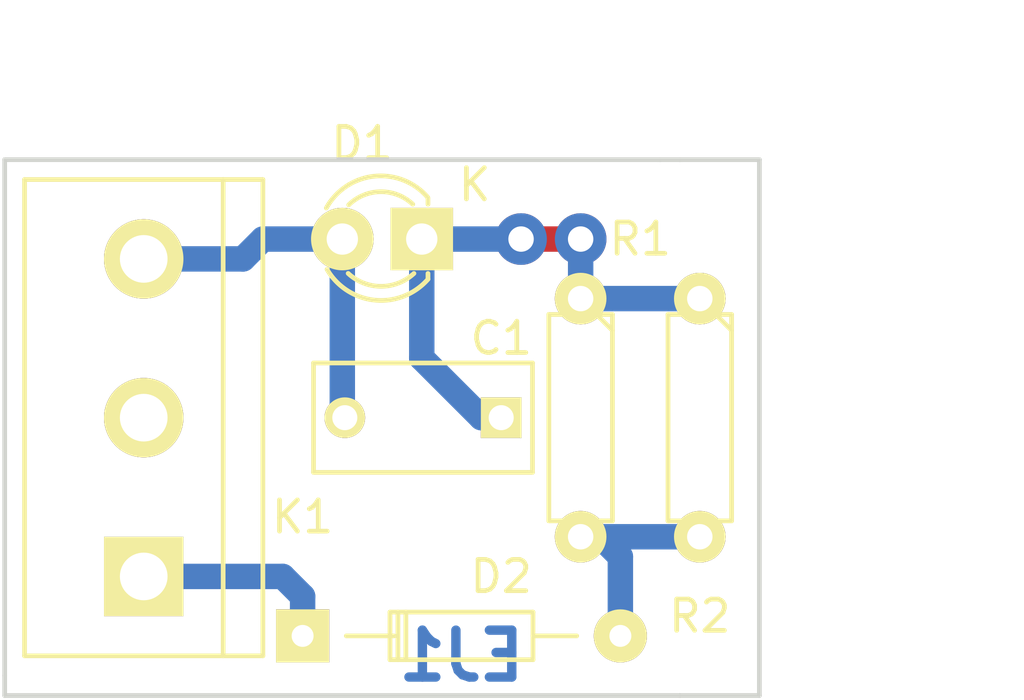
<source format=kicad_pcb>
(kicad_pcb (version 4) (host pcbnew 4.0.0-rc1-stable)

  (general
    (links 8)
    (no_connects 0)
    (area 145.339999 99.619999 169.620001 116.915001)
    (thickness 1.6)
    (drawings 12)
    (tracks 21)
    (zones 0)
    (modules 6)
    (nets 6)
  )

  (page A4)
  (title_block
    (title Pcb_ej1)
    (date 2015-11-30)
    (rev 1.0)
    (company "Diaz Cesar")
  )

  (layers
    (0 F.Cu signal)
    (31 B.Cu signal)
    (32 B.Adhes user)
    (33 F.Adhes user)
    (34 B.Paste user)
    (35 F.Paste user)
    (36 B.SilkS user)
    (37 F.SilkS user)
    (38 B.Mask user)
    (39 F.Mask user)
    (40 Dwgs.User user)
    (41 Cmts.User user)
    (42 Eco1.User user)
    (43 Eco2.User user)
    (44 Edge.Cuts user)
    (45 Margin user)
    (46 B.CrtYd user)
    (47 F.CrtYd user)
    (48 B.Fab user)
    (49 F.Fab user)
  )

  (setup
    (last_trace_width 0.25)
    (user_trace_width 0.8128)
    (trace_clearance 0.8128)
    (zone_clearance 0.508)
    (zone_45_only no)
    (trace_min 0.2)
    (segment_width 0.2)
    (edge_width 0.15)
    (via_size 0.6)
    (via_drill 0.4)
    (via_min_size 0.4)
    (via_min_drill 0.3)
    (user_via 1.651 0.8128)
    (uvia_size 0.3)
    (uvia_drill 0.1)
    (uvias_allowed no)
    (uvia_min_size 0.2)
    (uvia_min_drill 0.1)
    (pcb_text_width 0.3)
    (pcb_text_size 1.5 1.5)
    (mod_edge_width 0.15)
    (mod_text_size 1 1)
    (mod_text_width 0.15)
    (pad_size 1.524 1.524)
    (pad_drill 0.762)
    (pad_to_mask_clearance 0.2)
    (aux_axis_origin 0 0)
    (visible_elements 7FFEFFFF)
    (pcbplotparams
      (layerselection 0x00030_80000001)
      (usegerberextensions false)
      (excludeedgelayer true)
      (linewidth 0.100000)
      (plotframeref false)
      (viasonmask false)
      (mode 1)
      (useauxorigin false)
      (hpglpennumber 1)
      (hpglpenspeed 20)
      (hpglpendiameter 15)
      (hpglpenoverlay 2)
      (psnegative false)
      (psa4output false)
      (plotreference true)
      (plotvalue true)
      (plotinvisibletext false)
      (padsonsilk false)
      (subtractmaskfromsilk false)
      (outputformat 1)
      (mirror false)
      (drillshape 1)
      (scaleselection 1)
      (outputdirectory ""))
  )

  (net 0 "")
  (net 1 "Net-(C1-Pad1)")
  (net 2 "Net-(C1-Pad2)")
  (net 3 "Net-(D2-Pad2)")
  (net 4 "Net-(D2-Pad1)")
  (net 5 "Net-(K1-Pad2)")

  (net_class Default "This is the default net class."
    (clearance 0.8128)
    (trace_width 0.25)
    (via_dia 0.6)
    (via_drill 0.4)
    (uvia_dia 0.3)
    (uvia_drill 0.1)
    (add_net "Net-(C1-Pad1)")
    (add_net "Net-(C1-Pad2)")
    (add_net "Net-(D2-Pad1)")
    (add_net "Net-(D2-Pad2)")
    (add_net "Net-(K1-Pad2)")
  )

  (module ej1:C_Rect_L7_W3.5_P5 (layer F.Cu) (tedit 565C7060) (tstamp 565C69AD)
    (at 161.29 107.95 180)
    (descr "Film Capacitor Length 7mm x Width 3.5mm, Pitch 5mm")
    (tags Capacitor)
    (path /565C5B9B)
    (fp_text reference C1 (at 0 2.54 180) (layer F.SilkS)
      (effects (font (size 1 1) (thickness 0.15)))
    )
    (fp_text value "100 nF" (at 2.5 3 180) (layer F.Fab)
      (effects (font (size 1 1) (thickness 0.15)))
    )
    (fp_line (start -1.25 -2) (end 6.25 -2) (layer F.CrtYd) (width 0.05))
    (fp_line (start 6.25 -2) (end 6.25 2) (layer F.CrtYd) (width 0.05))
    (fp_line (start 6.25 2) (end -1.25 2) (layer F.CrtYd) (width 0.05))
    (fp_line (start -1.25 2) (end -1.25 -2) (layer F.CrtYd) (width 0.05))
    (fp_line (start -1 -1.75) (end 6 -1.75) (layer F.SilkS) (width 0.15))
    (fp_line (start 6 -1.75) (end 6 1.75) (layer F.SilkS) (width 0.15))
    (fp_line (start 6 1.75) (end -1 1.75) (layer F.SilkS) (width 0.15))
    (fp_line (start -1 1.75) (end -1 -1.75) (layer F.SilkS) (width 0.15))
    (pad 1 thru_hole rect (at 0 0 180) (size 1.3 1.3) (drill 0.8) (layers *.Cu *.Mask F.SilkS)
      (net 1 "Net-(C1-Pad1)"))
    (pad 2 thru_hole circle (at 5 0 180) (size 1.3 1.3) (drill 0.8) (layers *.Cu *.Mask F.SilkS)
      (net 2 "Net-(C1-Pad2)"))
    (model "../../../../../../Users/cesar_000/Curso Kicad/Diaz_Cesar/ej1.3dshapes/cnp_6mm_disc.wrl"
      (at (xyz 0.1 0 0))
      (scale (xyz 1 1 1))
      (rotate (xyz 0 0 0))
    )
  )

  (module ej1:LED-3MM (layer F.Cu) (tedit 559B82F6) (tstamp 565C69B3)
    (at 158.75 102.235 180)
    (descr "LED 3mm round vertical")
    (tags "LED  3mm round vertical")
    (path /565C6845)
    (fp_text reference D1 (at 1.91 3.06 180) (layer F.SilkS)
      (effects (font (size 1 1) (thickness 0.15)))
    )
    (fp_text value "LED ROJO" (at 1.3 -2.9 180) (layer F.Fab)
      (effects (font (size 1 1) (thickness 0.15)))
    )
    (fp_line (start -1.2 2.3) (end 3.8 2.3) (layer F.CrtYd) (width 0.05))
    (fp_line (start 3.8 2.3) (end 3.8 -2.2) (layer F.CrtYd) (width 0.05))
    (fp_line (start 3.8 -2.2) (end -1.2 -2.2) (layer F.CrtYd) (width 0.05))
    (fp_line (start -1.2 -2.2) (end -1.2 2.3) (layer F.CrtYd) (width 0.05))
    (fp_line (start -0.199 1.314) (end -0.199 1.114) (layer F.SilkS) (width 0.15))
    (fp_line (start -0.199 -1.28) (end -0.199 -1.1) (layer F.SilkS) (width 0.15))
    (fp_arc (start 1.301 0.034) (end -0.199 -1.286) (angle 108.5) (layer F.SilkS) (width 0.15))
    (fp_arc (start 1.301 0.034) (end 0.25 -1.1) (angle 85.7) (layer F.SilkS) (width 0.15))
    (fp_arc (start 1.311 0.034) (end 3.051 0.994) (angle 110) (layer F.SilkS) (width 0.15))
    (fp_arc (start 1.301 0.034) (end 2.335 1.094) (angle 87.5) (layer F.SilkS) (width 0.15))
    (fp_text user K (at -1.69 1.74 180) (layer F.SilkS)
      (effects (font (size 1 1) (thickness 0.15)))
    )
    (pad 1 thru_hole rect (at 0 0 270) (size 2 2) (drill 1.00076) (layers *.Cu *.Mask F.SilkS)
      (net 1 "Net-(C1-Pad1)"))
    (pad 2 thru_hole circle (at 2.54 0 180) (size 2 2) (drill 1.00076) (layers *.Cu *.Mask F.SilkS)
      (net 2 "Net-(C1-Pad2)"))
    (model "../../../../../../Users/cesar_000/Curso Kicad/Diaz_Cesar/ej1.3dshapes/LED-3MM.wrl"
      (at (xyz 0.05 0 0))
      (scale (xyz 1 1 1))
      (rotate (xyz 0 0 90))
    )
  )

  (module ej1:Diode_DO-35_SOD27_Horizontal_RM10 (layer F.Cu) (tedit 565C70B8) (tstamp 565C69B9)
    (at 154.94 114.935)
    (descr "Diode, DO-35,  SOD27, Horizontal, RM 10mm")
    (tags "Diode, DO-35, SOD27, Horizontal, RM 10mm, 1N4148,")
    (path /565C5CA8)
    (fp_text reference D2 (at 6.35 -1.905) (layer F.SilkS)
      (effects (font (size 1 1) (thickness 0.15)))
    )
    (fp_text value 1N4148 (at 4.41452 -3.55854) (layer F.Fab)
      (effects (font (size 1 1) (thickness 0.15)))
    )
    (fp_line (start 7.36652 -0.00254) (end 8.76352 -0.00254) (layer F.SilkS) (width 0.15))
    (fp_line (start 2.92152 -0.00254) (end 1.39752 -0.00254) (layer F.SilkS) (width 0.15))
    (fp_line (start 3.30252 -0.76454) (end 3.30252 0.75946) (layer F.SilkS) (width 0.15))
    (fp_line (start 3.04852 -0.76454) (end 3.04852 0.75946) (layer F.SilkS) (width 0.15))
    (fp_line (start 2.79452 -0.00254) (end 2.79452 0.75946) (layer F.SilkS) (width 0.15))
    (fp_line (start 2.79452 0.75946) (end 7.36652 0.75946) (layer F.SilkS) (width 0.15))
    (fp_line (start 7.36652 0.75946) (end 7.36652 -0.76454) (layer F.SilkS) (width 0.15))
    (fp_line (start 7.36652 -0.76454) (end 2.79452 -0.76454) (layer F.SilkS) (width 0.15))
    (fp_line (start 2.79452 -0.76454) (end 2.79452 -0.00254) (layer F.SilkS) (width 0.15))
    (pad 2 thru_hole circle (at 10.16052 -0.00254 180) (size 1.69926 1.69926) (drill 0.70104) (layers *.Cu *.Mask F.SilkS)
      (net 3 "Net-(D2-Pad2)"))
    (pad 1 thru_hole rect (at 0.00052 -0.00254 180) (size 1.69926 1.69926) (drill 0.70104) (layers *.Cu *.Mask F.SilkS)
      (net 4 "Net-(D2-Pad1)"))
    (model "../../../../../../Users/cesar_000/Curso Kicad/Diaz_Cesar/ej1.3dshapes/Diode_DO-35_SOD27_Horizontal_RM10.wrl"
      (at (xyz 0.2 0 0))
      (scale (xyz 0.4 0.4 0.4))
      (rotate (xyz 0 0 180))
    )
  )

  (module ej1:bornier3 (layer F.Cu) (tedit 565C70F5) (tstamp 565C69C0)
    (at 149.86 107.95 90)
    (descr "Bornier d'alimentation 3 pins")
    (tags DEV)
    (path /565C5B09)
    (fp_text reference K1 (at -3.175 5.08 180) (layer F.SilkS)
      (effects (font (size 1 1) (thickness 0.15)))
    )
    (fp_text value CONN_3 (at 0 5.08 90) (layer F.Fab)
      (effects (font (size 1 1) (thickness 0.15)))
    )
    (fp_line (start -7.62 3.81) (end -7.62 -3.81) (layer F.SilkS) (width 0.15))
    (fp_line (start 7.62 3.81) (end 7.62 -3.81) (layer F.SilkS) (width 0.15))
    (fp_line (start -7.62 2.54) (end 7.62 2.54) (layer F.SilkS) (width 0.15))
    (fp_line (start -7.62 -3.81) (end 7.62 -3.81) (layer F.SilkS) (width 0.15))
    (fp_line (start -7.62 3.81) (end 7.62 3.81) (layer F.SilkS) (width 0.15))
    (pad 1 thru_hole rect (at -5.08 0 90) (size 2.54 2.54) (drill 1.524) (layers *.Cu *.Mask F.SilkS)
      (net 4 "Net-(D2-Pad1)"))
    (pad 2 thru_hole circle (at 0 0 90) (size 2.54 2.54) (drill 1.524) (layers *.Cu *.Mask F.SilkS)
      (net 5 "Net-(K1-Pad2)"))
    (pad 3 thru_hole circle (at 5.08 0 90) (size 2.54 2.54) (drill 1.524) (layers *.Cu *.Mask F.SilkS)
      (net 2 "Net-(C1-Pad2)"))
    (model "../../../../../../Users/cesar_000/Curso Kicad/Diaz_Cesar/ej1.3dshapes/bornier3.wrl"
      (at (xyz 0 0 0))
      (scale (xyz 1 1 1))
      (rotate (xyz 0 0 0))
    )
  )

  (module ej1:R3-LARGE_PADS (layer F.Cu) (tedit 565CAA9B) (tstamp 565C69C6)
    (at 163.83 107.95 270)
    (descr "Resitance 3 pas")
    (tags R)
    (path /565C5CF3)
    (fp_text reference R1 (at -5.715 -1.905 360) (layer F.SilkS)
      (effects (font (size 1 1) (thickness 0.15)))
    )
    (fp_text value 100K (at 0 0 270) (layer F.Fab)
      (effects (font (size 1 1) (thickness 0.15)))
    )
    (fp_line (start -3.81 0) (end -3.302 0) (layer F.SilkS) (width 0.15))
    (fp_line (start 3.81 0) (end 3.302 0) (layer F.SilkS) (width 0.15))
    (fp_line (start 3.302 0) (end 3.302 -1.016) (layer F.SilkS) (width 0.15))
    (fp_line (start 3.302 -1.016) (end -3.302 -1.016) (layer F.SilkS) (width 0.15))
    (fp_line (start -3.302 -1.016) (end -3.302 1.016) (layer F.SilkS) (width 0.15))
    (fp_line (start -3.302 1.016) (end 3.302 1.016) (layer F.SilkS) (width 0.15))
    (fp_line (start 3.302 1.016) (end 3.302 0) (layer F.SilkS) (width 0.15))
    (fp_line (start -3.302 -0.508) (end -2.794 -1.016) (layer F.SilkS) (width 0.15))
    (pad 1 thru_hole circle (at -3.81 0 270) (size 1.651 1.651) (drill 0.8128) (layers *.Cu *.Mask F.SilkS)
      (net 1 "Net-(C1-Pad1)"))
    (pad 2 thru_hole circle (at 3.81 0 270) (size 1.651 1.651) (drill 0.8128) (layers *.Cu *.Mask F.SilkS)
      (net 3 "Net-(D2-Pad2)"))
    (model "../../../../../../Users/cesar_000/Curso Kicad/Diaz_Cesar/ej1.3dshapes/R3-LARGE_PADS.wrl"
      (at (xyz 0 0 0))
      (scale (xyz 0.3 0.3 0.3))
      (rotate (xyz 0 0 0))
    )
  )

  (module ej1:R3-LARGE_PADS (layer F.Cu) (tedit 565CAA2C) (tstamp 565CA9DA)
    (at 167.64 107.95 270)
    (descr "Resitance 3 pas")
    (tags R)
    (path /565CA972)
    (fp_text reference R2 (at 6.35 0 360) (layer F.SilkS)
      (effects (font (size 1 1) (thickness 0.15)))
    )
    (fp_text value 100k (at 0 0 270) (layer F.Fab)
      (effects (font (size 1 1) (thickness 0.15)))
    )
    (fp_line (start -3.81 0) (end -3.302 0) (layer F.SilkS) (width 0.15))
    (fp_line (start 3.81 0) (end 3.302 0) (layer F.SilkS) (width 0.15))
    (fp_line (start 3.302 0) (end 3.302 -1.016) (layer F.SilkS) (width 0.15))
    (fp_line (start 3.302 -1.016) (end -3.302 -1.016) (layer F.SilkS) (width 0.15))
    (fp_line (start -3.302 -1.016) (end -3.302 1.016) (layer F.SilkS) (width 0.15))
    (fp_line (start -3.302 1.016) (end 3.302 1.016) (layer F.SilkS) (width 0.15))
    (fp_line (start 3.302 1.016) (end 3.302 0) (layer F.SilkS) (width 0.15))
    (fp_line (start -3.302 -0.508) (end -2.794 -1.016) (layer F.SilkS) (width 0.15))
    (pad 1 thru_hole circle (at -3.81 0 270) (size 1.651 1.651) (drill 0.8128) (layers *.Cu *.Mask F.SilkS)
      (net 1 "Net-(C1-Pad1)"))
    (pad 2 thru_hole circle (at 3.81 0 270) (size 1.651 1.651) (drill 0.8128) (layers *.Cu *.Mask F.SilkS)
      (net 3 "Net-(D2-Pad2)"))
    (model "../../../../../../Users/cesar_000/Curso Kicad/Diaz_Cesar/ej1.3dshapes/R3-LARGE_PADS.wrl"
      (at (xyz 0 0 0))
      (scale (xyz 0.3 0.3 0.3))
      (rotate (xyz 0 0 0))
    )
  )

  (dimension 24.13 (width 0.3) (layer Dwgs.User)
    (gr_text 24,130mm (at 157.48 96.440001) (layer Dwgs.User)
      (effects (font (size 1.5 1.5) (thickness 0.3)))
    )
    (feature1 (pts (xy 145.415 99.695) (xy 145.415 95.090001)))
    (feature2 (pts (xy 169.545 99.695) (xy 169.545 95.090001)))
    (crossbar (pts (xy 169.545 97.790001) (xy 145.415 97.790001)))
    (arrow1a (pts (xy 145.415 97.790001) (xy 146.541504 97.20358)))
    (arrow1b (pts (xy 145.415 97.790001) (xy 146.541504 98.376422)))
    (arrow2a (pts (xy 169.545 97.790001) (xy 168.418496 97.20358)))
    (arrow2b (pts (xy 169.545 97.790001) (xy 168.418496 98.376422)))
  )
  (gr_line (start 169.545 116.84) (end 167.005 116.84) (angle 90) (layer Edge.Cuts) (width 0.15))
  (gr_line (start 169.545 99.695) (end 167.005 99.695) (angle 90) (layer Edge.Cuts) (width 0.15))
  (gr_line (start 169.545 99.695) (end 169.545 116.84) (angle 90) (layer Edge.Cuts) (width 0.15))
  (dimension 17.145 (width 0.3) (layer Dwgs.User)
    (gr_text 17,145mm (at 175.34 108.2675 270) (layer Dwgs.User)
      (effects (font (size 1.5 1.5) (thickness 0.3)))
    )
    (feature1 (pts (xy 169.545 116.84) (xy 176.69 116.84)))
    (feature2 (pts (xy 169.545 99.695) (xy 176.69 99.695)))
    (crossbar (pts (xy 173.99 99.695) (xy 173.99 116.84)))
    (arrow1a (pts (xy 173.99 116.84) (xy 173.403579 115.713496)))
    (arrow1b (pts (xy 173.99 116.84) (xy 174.576421 115.713496)))
    (arrow2a (pts (xy 173.99 99.695) (xy 173.403579 100.821504)))
    (arrow2b (pts (xy 173.99 99.695) (xy 174.576421 100.821504)))
  )
  (gr_text INTI (at 158.115 111.76) (layer B.Paste)
    (effects (font (size 1.5 1.5) (thickness 0.3)))
  )
  (gr_text "EJ1\n" (at 160.02 115.57) (layer B.Cu)
    (effects (font (size 1.5 1.5) (thickness 0.3)) (justify mirror))
  )
  (gr_line (start 145.415 116.84) (end 167.005 116.84) (angle 90) (layer Edge.Cuts) (width 0.15))
  (gr_line (start 145.415 116.205) (end 145.415 116.84) (angle 90) (layer Edge.Cuts) (width 0.15))
  (gr_line (start 166.37 99.695) (end 167.005 99.695) (angle 90) (layer Edge.Cuts) (width 0.15))
  (gr_line (start 145.415 99.695) (end 166.37 99.695) (angle 90) (layer Edge.Cuts) (width 0.15))
  (gr_line (start 145.415 116.205) (end 145.415 99.695) (angle 90) (layer Edge.Cuts) (width 0.15))

  (segment (start 163.83 104.14) (end 167.64 104.14) (width 0.8128) (layer B.Cu) (net 1))
  (segment (start 163.83 104.14) (end 163.83 102.235) (width 0.8128) (layer B.Cu) (net 1))
  (segment (start 161.925 102.235) (end 158.75 102.235) (width 0.8128) (layer B.Cu) (net 1) (tstamp 565C6F36))
  (via (at 161.925 102.235) (size 1.651) (drill 0.8128) (layers F.Cu B.Cu) (net 1))
  (segment (start 163.83 102.235) (end 161.925 102.235) (width 0.8128) (layer F.Cu) (net 1) (tstamp 565C6F33))
  (via (at 163.83 102.235) (size 1.651) (drill 0.8128) (layers F.Cu B.Cu) (net 1))
  (segment (start 158.75 102.235) (end 158.75 106.045) (width 0.8128) (layer B.Cu) (net 1))
  (segment (start 158.75 106.045) (end 160.655 107.95) (width 0.8128) (layer B.Cu) (net 1) (tstamp 565C6F12))
  (segment (start 160.655 107.95) (end 161.29 107.95) (width 0.8128) (layer B.Cu) (net 1) (tstamp 565C6F14))
  (segment (start 149.86 102.87) (end 153.035 102.87) (width 0.8128) (layer B.Cu) (net 2))
  (segment (start 153.67 102.235) (end 156.21 102.235) (width 0.8128) (layer B.Cu) (net 2) (tstamp 565CABBA))
  (segment (start 153.035 102.87) (end 153.67 102.235) (width 0.8128) (layer B.Cu) (net 2) (tstamp 565CABB9))
  (segment (start 156.21 102.235) (end 156.21 107.87) (width 0.8128) (layer B.Cu) (net 2))
  (segment (start 156.21 107.87) (end 156.29 107.95) (width 0.8128) (layer B.Cu) (net 2) (tstamp 565C6EFE))
  (segment (start 167.64 111.76) (end 163.83 111.76) (width 0.8128) (layer B.Cu) (net 3))
  (segment (start 163.83 111.76) (end 164.465 111.76) (width 0.8128) (layer B.Cu) (net 3))
  (segment (start 164.465 111.76) (end 165.10052 112.39552) (width 0.8128) (layer B.Cu) (net 3) (tstamp 565C6F0E))
  (segment (start 165.10052 112.39552) (end 165.10052 114.93246) (width 0.8128) (layer B.Cu) (net 3) (tstamp 565C6F0F))
  (segment (start 149.86 113.03) (end 154.305 113.03) (width 0.8128) (layer B.Cu) (net 4))
  (segment (start 154.94052 113.66552) (end 154.94052 114.93246) (width 0.8128) (layer B.Cu) (net 4) (tstamp 565C6EF5))
  (segment (start 154.305 113.03) (end 154.94052 113.66552) (width 0.8128) (layer B.Cu) (net 4) (tstamp 565C6EF4))

)

</source>
